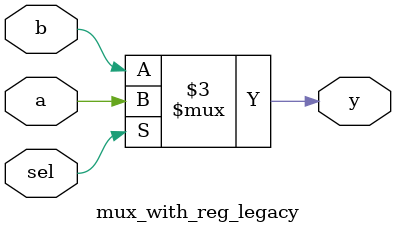
<source format=sv>
module mux_with_reg_legacy(
  input  logic a, b, sel,
  output reg   y
);
  // 'reg' é variável procedural (legado).
  always @* begin
    if (sel) y = a;
    else     y = b;
  end
endmodule

</source>
